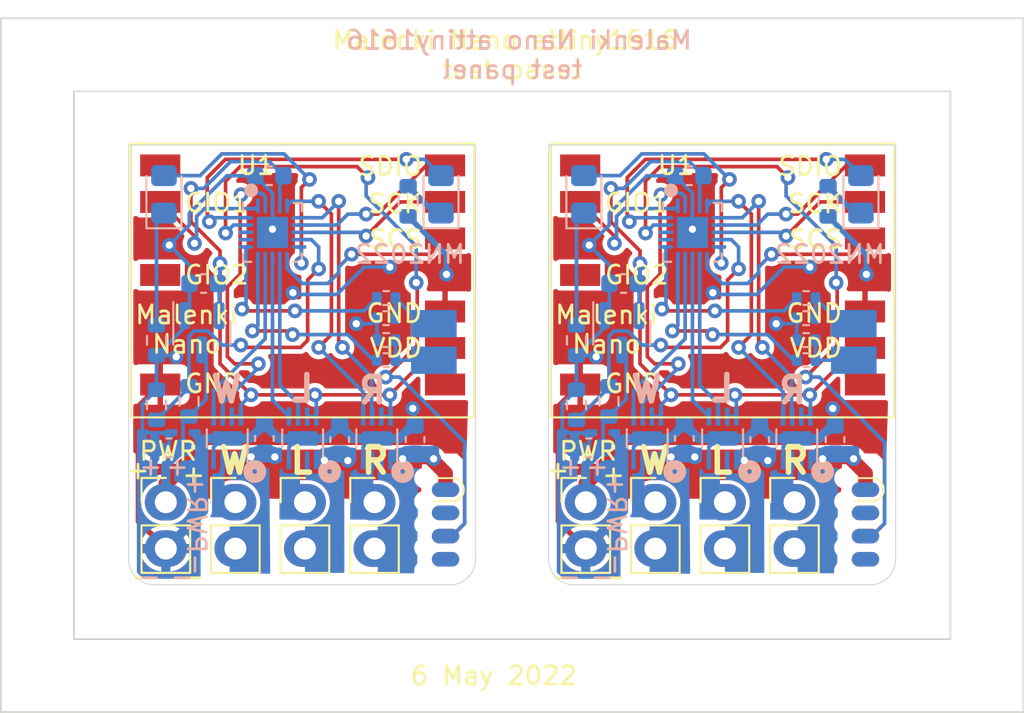
<source format=kicad_pcb>
(kicad_pcb (version 20211014) (generator pcbnew)
  (title_block (title "Malenki-nano2") (date "2019-11-07"))
  (layers (0 "F.Cu" signal) (31 "B.Cu" signal) (34 "B.Paste" user) (35 "F.Paste" user) (36 "B.SilkS" user "B.Silkscreen") (37 "F.SilkS" user "F.Silkscreen") (38 "B.Mask" user) (39 "F.Mask" user) (44 "Edge.Cuts" user))
  (net 0 "")
  (net 1 "GND")
  (net 2 "VBAT")
  (net 3 "BLINKY")
  (net 4 "Net-(D1-Pad1)")
  (net 5 "TXDEBUG")
  (net 6 "Net-(D2-Pad1)")
  (net 7 "UPDI")
  (net 8 "Net-(J5-Pad2)")
  (net 9 "Net-(J5-Pad1)")
  (net 10 "Net-(J6-Pad2)")
  (net 11 "Net-(J6-Pad1)")
  (net 12 "Net-(J7-Pad2)")
  (net 13 "Net-(J7-Pad1)")
  (net 16 "SPI_SCS")
  (net 17 "GIO1")
  (net 18 "SPI_SCK")
  (net 19 "SPI_SDIO")
  (net 20 "MOTOR1R")
  (net 21 "MOTOR2R")
  (net 22 "MOTOR2F")
  (net 25 "MOTOR3F")
  (net 26 "MOTOR3R")
  (net 27 "MOTOR1F")
  (net 28 "WEAPON2")
  (net 30 "VSENSE")
  (net 31 "VLOGIC")
  (net 32 "WEAPON3")
  (net 35 "/W2")
  (net 36 "/W3")
  (footprint "malenki-nano:SOIC_clipProgSmall" (layer "F.Cu") (at 156.102 114.722 90)
    (fp_text reference "J2" hide)
    (fp_text value "Conn_01x08_Male" hide)
  )
  (footprint "malenki-nano:PinHeader_1x02_P2.54mm_BIG1" (layer "F.Cu") (at 147.652 113.502)
    (fp_text reference "J6" hide)
    (fp_text value "Conn_01x02_Male")
  )
  (footprint "malenki-nano:PinHeader_1x02_P2.54mm_BIG1" (layer "F.Cu") (at 128.462 113.502)
    (fp_text reference "J7" hide)
    (fp_text value "Conn_01x02_Male")
  )
  (footprint "malenki-nano:A7105-module" (layer "F.Cu") (at 124.525 101.056 -90)
    (fp_text reference "U1")
    (fp_text value "A7105-MODULE")
  )
  (footprint "malenki-nano:PinHeader_1x02_P2.54mm_BIG1" (layer "F.Cu") (at 143.842 113.502)
    (fp_text reference "J5" hide)
    (fp_text value "Conn_01x02_Male")
  )
  (footprint "malenki-nano:PinHeader_1x02_P2.54mm_BIG1" (layer "F.Cu") (at 117.032 113.502)
    (fp_text reference "J1" hide)
    (fp_text value "Conn_01x02_Male")
  )
  (footprint "malenki-nano:PinHeader_1x02_P2.54mm_BIG1" (layer "F.Cu") (at 120.842 113.502)
    (fp_text reference "J5" hide)
    (fp_text value "Conn_01x02_Male")
  )
  (footprint "malenki-nano:PinHeader_1x02_P2.54mm_BIG1" (layer "F.Cu") (at 140.032 113.502)
    (fp_text reference "J1" hide)
    (fp_text value "Conn_01x02_Male")
  )
  (footprint "malenki-nano:SOIC_clipProgSmall" (layer "F.Cu") (at 133.102 114.722 90)
    (fp_text reference "J2" hide)
    (fp_text value "Conn_01x08_Male" hide)
  )
  (footprint "malenki-nano:PinHeader_1x02_P2.54mm_BIG1" (layer "F.Cu") (at 151.462 113.502)
    (fp_text reference "J7" hide)
    (fp_text value "Conn_01x02_Male")
  )
  (footprint "malenki-nano:PinHeader_1x02_P2.54mm_BIG1" (layer "F.Cu") (at 124.652 113.502)
    (fp_text reference "J6" hide)
    (fp_text value "Conn_01x02_Male")
  )
  (footprint "malenki-nano:A7105-module" (layer "F.Cu") (at 147.525 101.056 -90)
    (fp_text reference "U1")
    (fp_text value "A7105-MODULE")
  )
  (footprint "Capacitor_SMD:C_0603_1608Metric" (layer "B.Cu") (at 117.202 110.5175 180)
    (fp_text reference "C2" hide)
    (fp_text value "10uF")
  )
  (footprint "Capacitor_SMD:C_0603_1608Metric" (layer "B.Cu") (at 149.557 110.073 90)
    (fp_text reference "C6" hide)
    (fp_text value "10uF")
  )
  (footprint "malenki-nano:wirepad_2" (layer "B.Cu") (at 131.713323 104.723 -90)
    (fp_text reference "J3" hide)
    (fp_text value "Conn_01x02")
  )
  (footprint "malenki-nano:WSON-8-1EP_2x2mm_P0.5mm_HAND1" (layer "B.Cu") (at 143.3975 110.0095 90)
    (fp_text reference "U5" hide)
    (fp_text value "DRV8837DSGR")
  )
  (footprint "Capacitor_SMD:C_0603_1608Metric" (layer "B.Cu") (at 126.557 110.073 90)
    (fp_text reference "C6" hide)
    (fp_text value "10uF")
  )
  (footprint "LED_SMD:LED_0805_2012Metric_Pad1.15x1.40mm_HandSolder" (layer "B.Cu") (at 132.102 96.639 90)
    (fp_text reference "D2" hide)
    (fp_text value "LED Red")
  )
  (footprint "LED_SMD:LED_0805_2012Metric_Pad1.15x1.40mm_HandSolder" (layer "B.Cu") (at 139.929 96.639 90)
    (fp_text reference "D1" hide)
    (fp_text value "LED Blue")
  )
  (footprint "malenki-nano:wirepad_2" (layer "B.Cu") (at 154.713323 104.723 -90)
    (fp_text reference "J3" hide)
    (fp_text value "Conn_01x02")
  )
  (footprint "Capacitor_SMD:C_0603_1608Metric" (layer "B.Cu") (at 145.4295 110.0095 90)
    (fp_text reference "C5" hide)
    (fp_text value "10uF")
  )
  (footprint "Resistor_SMD:R_0402_1005Metric" (layer "B.Cu") (at 152.102 103.422)
    (fp_text reference "R8" hide)
    (fp_text value "10k")
  )
  (footprint "Resistor_SMD:R_0603_1608Metric" (layer "B.Cu") (at 116.524 104.6375 -90)
    (fp_text reference "R1" hide)
    (fp_text value "220R")
  )
  (footprint "malenki-nano:WSON-8-1EP_2x2mm_P0.5mm_HAND1" (layer "B.Cu") (at 124.525 110.0095 90)
    (fp_text reference "U6" hide)
    (fp_text value "DRV8837DSGR")
  )
  (footprint "Resistor_SMD:R_0603_1608Metric" (layer "B.Cu") (at 153.302 97.022 -90)
    (fp_text reference "R2" hide)
    (fp_text value "220R")
  )
  (footprint "Resistor_SMD:R_0603_1608Metric" (layer "B.Cu") (at 141.302 107.9775 90)
    (fp_text reference "R3" hide)
    (fp_text value "33k")
  )
  (footprint "Package_TO_SOT_SMD:SOT-23" (layer "B.Cu") (at 119.002 104.222 -90)
    (fp_text reference "U2" hide)
    (fp_text value "AIC1734-33GUTR")
  )
  (footprint "Capacitor_SMD:C_0603_1608Metric" (layer "B.Cu") (at 130.6845 110.073 90)
    (fp_text reference "C7" hide)
    (fp_text value "10uF")
  )
  (footprint "Resistor_SMD:R_0603_1608Metric" (layer "B.Cu") (at 139.524 104.6375 -90)
    (fp_text reference "R1" hide)
    (fp_text value "220R")
  )
  (footprint "LED_SMD:LED_0805_2012Metric_Pad1.15x1.40mm_HandSolder" (layer "B.Cu") (at 116.929 96.639 90)
    (fp_text reference "D1" hide)
    (fp_text value "LED Blue")
  )
  (footprint "Capacitor_SMD:C_0603_1608Metric" (layer "B.Cu") (at 145.702 95.622 180)
    (fp_text reference "C4" hide)
    (fp_text value "0.1uF")
  )
  (footprint "LED_SMD:LED_0805_2012Metric_Pad1.15x1.40mm_HandSolder" (layer "B.Cu") (at 155.102 96.639 90)
    (fp_text reference "D2" hide)
    (fp_text value "LED Red")
  )
  (footprint "Resistor_SMD:R_0603_1608Metric" (layer "B.Cu") (at 118.302 107.9775 90)
    (fp_text reference "R3" hide)
    (fp_text value "33k")
  )
  (footprint "Capacitor_SMD:C_0603_1608Metric" (layer "B.Cu") (at 119.102 101.522 180)
    (fp_text reference "C3" hide)
    (fp_text value "10uF")
  )
  (footprint "Capacitor_SMD:C_0603_1608Metric" (layer "B.Cu") (at 140.202 110.5175 180)
    (fp_text reference "C2" hide)
    (fp_text value "10uF")
  )
  (footprint "Capacitor_SMD:C_0603_1608Metric" (layer "B.Cu") (at 122.702 95.622 180)
    (fp_text reference "C4" hide)
    (fp_text value "0.1uF")
  )
  (footprint "Package_TO_SOT_SMD:SOT-23" (layer "B.Cu") (at 142.002 104.222 -90)
    (fp_text reference "U2" hide)
    (fp_text value "AIC1734-33GUTR")
  )
  (footprint "Resistor_SMD:R_0402_1005Metric" (layer "B.Cu") (at 129.102 104.622)
    (fp_text reference "R7" hide)
    (fp_text value "10k")
  )
  (footprint "malenki-nano:WSON-8-1EP_2x2mm_P0.5mm_HAND1" (layer "B.Cu") (at 128.589 110.0095 90)
    (fp_text reference "U7" hide)
    (fp_text value "DRV8837DSGR")
  )
  (footprint "Resistor_SMD:R_0402_1005Metric" (layer "B.Cu") (at 152.102 105.722 180)
    (fp_text reference "R5" hide)
    (fp_text value "470R")
  )
  (footprint "Capacitor_SMD:C_0603_1608Metric" (layer "B.Cu") (at 122.4295 110.0095 90)
    (fp_text reference "C5" hide)
    (fp_text value "10uF")
  )
  (footprint "Resistor_SMD:R_0402_1005Metric" (layer "B.Cu") (at 129.102 105.722 180)
    (fp_text reference "R5" hide)
    (fp_text value "470R")
  )
  (footprint "Capacitor_SMD:C_0603_1608Metric" (layer "B.Cu") (at 153.6845 110.073 90)
    (fp_text reference "C7" hide)
    (fp_text value "10uF")
  )
  (footprint "Resistor_SMD:R_0402_1005Metric" (layer "B.Cu") (at 152.102 104.622)
    (fp_text reference "R7" hide)
    (fp_text value "10k")
  )
  (footprint "malenki-nano:WSON-8-1EP_2x2mm_P0.5mm_HAND1" (layer "B.Cu") (at 147.525 110.0095 90)
    (fp_text reference "U6" hide)
    (fp_text value "DRV8837DSGR")
  )
  (footprint "Package_DFN_QFN:VQFN-20-1EP_3x3mm_P0.4mm_EP1.7x1.7mm" (layer "B.Cu") (at 145.874 98.722 -90)
    (fp_text reference "U3" hide)
    (fp_text value "ATtiny1616-M")
  )
  (footprint "Resistor_SMD:R_0402_1005Metric" (layer "B.Cu") (at 129.102 102.322 180)
    (fp_text reference "R6" hide)
    (fp_text value "470R")
  )
  (footprint "Package_DFN_QFN:VQFN-20-1EP_3x3mm_P0.4mm_EP1.7x1.7mm" (layer "B.Cu") (at 122.874 98.722 -90)
    (fp_text reference "U3" hide)
    (fp_text value "ATtiny1616-M")
  )
  (footprint "Capacitor_SMD:C_0603_1608Metric" (layer "B.Cu") (at 142.102 101.522 180)
    (fp_text reference "C3" hide)
    (fp_text value "10uF")
  )
  (footprint "malenki-nano:WSON-8-1EP_2x2mm_P0.5mm_HAND1" (layer "B.Cu") (at 120.3975 110.0095 90)
    (fp_text reference "U5" hide)
    (fp_text value "DRV8837DSGR")
  )
  (footprint "malenki-nano:WSON-8-1EP_2x2mm_P0.5mm_HAND1" (layer "B.Cu") (at 151.589 110.0095 90)
    (fp_text reference "U7" hide)
    (fp_text value "DRV8837DSGR")
  )
  (footprint "Resistor_SMD:R_0603_1608Metric" (layer "B.Cu") (at 130.302 97.022 -90)
    (fp_text reference "R2" hide)
    (fp_text value "220R")
  )
  (footprint "Resistor_SMD:R_0402_1005Metric" (layer "B.Cu") (at 152.102 102.322 180)
    (fp_text reference "R6" hide)
    (fp_text value "470R")
  )
  (footprint "Resistor_SMD:R_0603_1608Metric" (layer "B.Cu") (at 139.524 108.168 90)
    (fp_text reference "R4" hide)
    (fp_text value "10k")
  )
  (footprint "Resistor_SMD:R_0402_1005Metric" (layer "B.Cu") (at 129.102 103.422)
    (fp_text reference "R8" hide)
    (fp_text value "10k")
  )
  (footprint "Resistor_SMD:R_0603_1608Metric" (layer "B.Cu") (at 116.524 108.168 90)
    (fp_text reference "R4" hide)
    (fp_text value "10k")
  )
  (gr_circle (center 153.002 111.822) (end 153.129 111.822) (layer "B.SilkS") (width 0.5) (fill none))
  (gr_circle (center 144.702 96.422) (end 144.829 96.422) (layer "B.SilkS") (width 0.5) (fill solid))
  (gr_circle (center 126.002 111.822) (end 126.129 111.822) (layer "B.SilkS") (width 0.5) (fill none))
  (gr_circle (center 149.002 111.822) (end 149.129 111.822) (layer "B.SilkS") (width 0.5) (fill none))
  (gr_circle (center 121.902 111.822) (end 122.029 111.822) (layer "B.SilkS") (width 0.5) (fill none))
  (gr_circle (center 144.902 111.822) (end 145.029 111.822) (layer "B.SilkS") (width 0.5) (fill none))
  (gr_circle (center 121.702 96.422) (end 121.829 96.422) (layer "B.SilkS") (width 0.5) (fill solid))
  (gr_circle (center 130.002 111.822) (end 130.129 111.822) (layer "B.SilkS") (width 0.5) (fill none))
  (gr_line (start 115 93.944) (end 114.997182 116.615006) (layer "Edge.Cuts") (width 0.05))
  (gr_line (start 108 125) (end 108 87) (layer "Edge.Cuts") (width 0.1))
  (gr_line (start 139.402 118.026835) (end 155.590171 118.026818) (layer "Edge.Cuts") (width 0.05))
  (gr_line (start 108 87) (end 164 87) (layer "Edge.Cuts") (width 0.1))
  (gr_line (start 134.002 116.622) (end 134.002 93.944) (layer "Edge.Cuts") (width 0.05))
  (gr_line (start 112 121) (end 112 91) (layer "Edge.Cuts") (width 0.1))
  (gr_line (start 164 87) (end 164 125) (layer "Edge.Cuts") (width 0.1))
  (gr_line (start 157.002 93.944) (end 138 93.944) (layer "Edge.Cuts") (width 0.05))
  (gr_arc (start 139.402 118.026835) (mid 138.406162 117.612893) (end 137.997182 116.615006) (layer "Edge.Cuts") (width 0.05))
  (gr_line (start 157.002 116.622) (end 157.002 93.944) (layer "Edge.Cuts") (width 0.05))
  (gr_line (start 138 93.944) (end 137.997182 116.615006) (layer "Edge.Cuts") (width 0.05))
  (gr_line (start 160 121) (end 112 121) (layer "Edge.Cuts") (width 0.1))
  (gr_arc (start 134.002 116.622) (mid 133.588055 117.617826) (end 132.590171 118.026818) (layer "Edge.Cuts") (width 0.05))
  (gr_arc (start 157.002 116.622) (mid 156.588055 117.617826) (end 155.590171 118.026818) (layer "Edge.Cuts") (width 0.05))
  (gr_line (start 160 91) (end 160 121) (layer "Edge.Cuts") (width 0.1))
  (gr_line (start 164 125) (end 108 125) (layer "Edge.Cuts") (width 0.1))
  (gr_line (start 134.002 93.944) (end 115 93.944) (layer "Edge.Cuts") (width 0.05))
  (gr_arc (start 116.402 118.026835) (mid 115.406162 117.612893) (end 114.997182 116.615006) (layer "Edge.Cuts") (width 0.05))
  (gr_line (start 112 91) (end 160 91) (layer "Edge.Cuts") (width 0.1))
  (gr_line (start 116.402 118.026835) (end 132.590171 118.026818) (layer "Edge.Cuts") (width 0.05))
  (gr_text "W" (at 121.352 107.322) (layer "B.SilkS") (effects (font (size 1.4 1.4) (thickness 0.3)) (justify left mirror)))
  (gr_text "-PWR+" (at 118.702 114.722 270) (layer "B.SilkS") (effects (font (size 1 1)) (justify mirror)))
  (gr_text "MN2022" (at 133.502 99.922) (layer "B.SilkS") (effects (font (size 1 1)) (justify left mirror)))
  (gr_text "MN2022" (at 156.502 99.922) (layer "B.SilkS") (effects (font (size 1 1)) (justify left mirror)))
  (gr_text "L" (at 125.285333 107.272) (layer "B.SilkS") (effects (font (size 1.4 1.4) (thickness 0.3)) (justify left mirror)))
  (gr_text "-" (at 117.921 117.566) (layer "B.SilkS") (effects (font (size 1 1)) (justify mirror)))
  (gr_text "+" (at 139.2065 111.5335) (layer "B.SilkS") (effects (font (size 1 1)) (justify mirror)))
  (gr_text "Malenki Nano attiny1616 \ntest panel" (at 136 89) (layer "B.SilkS") (effects (font (size 1 1)) (justify mirror)))
  (gr_text "+" (at 116.2065 111.5335) (layer "B.SilkS") (effects (font (size 1 1)) (justify mirror)))
  (gr_text "W" (at 144.352 107.322) (layer "B.SilkS") (effects (font (size 1.4 1.4) (thickness 0.3)) (justify left mirror)))
  (gr_text "-" (at 139.143 117.566) (layer "B.SilkS") (effects (font (size 1 1)) (justify mirror)))
  (gr_text "-PWR+" (at 141.702 114.722 270) (layer "B.SilkS") (effects (font (size 1 1)) (justify mirror)))
  (gr_text "-" (at 140.921 117.566) (layer "B.SilkS") (effects (font (size 1 1)) (justify mirror)))
  (gr_text "R" (at 152.252 107.372) (layer "B.SilkS") (effects (font (size 1.4 1.4) (thickness 0.3)) (justify left mirror)))
  (gr_text "+" (at 140.667 111.5335) (layer "B.SilkS") (effects (font (size 1 1)) (justify mirror)))
  (gr_text "+" (at 117.667 111.5335) (layer "B.SilkS") (effects (font (size 1 1)) (justify mirror)))
  (gr_text "-" (at 116.143 117.566) (layer "B.SilkS") (effects (font (size 1 1)) (justify mirror)))
  (gr_text "R" (at 129.252 107.372) (layer "B.SilkS") (effects (font (size 1.4 1.4) (thickness 0.3)) (justify left mirror)))
  (gr_text "L" (at 148.285333 107.272) (layer "B.SilkS") (effects (font (size 1.4 1.4) (thickness 0.3)) (justify left mirror)))
  (gr_text "-" (at 138.762 117.566) (layer "F.SilkS") (effects (font (size 1 1))))
  (gr_text "6 May 2022" (at 135 123) (layer "F.SilkS") (effects (font (size 1 1))))
  (gr_text "+" (at 118.556 111.978) (layer "F.SilkS") (effects (font (size 1 1))))
  (gr_text "L" (at 146.702 111.222) (layer "F.SilkS") (effects (font (size 1.4 1.4) (thickness 0.3)) (justify left)))
  (gr_text "Malenki Nano attiny1616 \ntest panel" (at 136 89) (layer "F.SilkS") (effects (font (size 1 1))))
  (gr_text "R" (at 127.602 111.222) (layer "F.SilkS") (effects (font (size 1.4 1.4) (thickness 0.3)) (justify left)))
  (gr_text "PWR" (at 140.159 110.708) (layer "F.SilkS") (effects (font (size 1 1))))
  (gr_text "-" (at 118.556 117.566) (layer "F.SilkS") (effects (font (size 1 1))))
  (gr_text "R" (at 150.602 111.222) (layer "F.SilkS") (effects (font (size 1.4 1.4) (thickness 0.3)) (justify left)))
  (gr_text "W" (at 142.802 111.222) (layer "F.SilkS") (effects (font (size 1.4 1.4) (thickness 0.3)) (justify left)))
  (gr_text "Malenki\nNano" (at 118.175 104.0405) (layer "F.SilkS") (effects (font (size 1 1))))
  (gr_text "+" (at 141.556 111.978) (layer "F.SilkS") (effects (font (size 1 1))))
  (gr_text "+" (at 138.508 111.724) (layer "F.SilkS") (effects (font (size 1 1))))
  (gr_text "-" (at 141.556 117.566) (layer "F.SilkS") (effects (font (size 1 1))))
  (gr_text "PWR" (at 117.159 110.708) (layer "F.SilkS") (effects (font (size 1 1))))
  (gr_text "L" (at 123.702 111.222) (layer "F.SilkS") (effects (font (size 1.4 1.4) (thickness 0.3)) (justify left)))
  (gr_text "W" (at 119.802 111.222) (layer "F.SilkS") (effects (font (size 1.4 1.4) (thickness 0.3)) (justify left)))
  (gr_text "+" (at 115.508 111.724) (layer "F.SilkS") (effects (font (size 1 1))))
  (gr_text "Malenki\nNano" (at 141.175 104.0405) (layer "F.SilkS") (effects (font (size 1 1))))
  (gr_text "-" (at 115.762 117.566) (layer "F.SilkS") (effects (font (size 1 1))))
  (segment (start 115.53248 114.54248) (end 115.53248 108.24852) (width 0.3) (layer "F.Cu") (net 1))
  (segment (start 156.402 111.122) (end 153.602 108.322) (width 0.2) (layer "F.Cu") (net 1))
  (segment (start 117.032 116.042) (end 115.53248 114.54248) (width 0.3) (layer "F.Cu") (net 1))
  (segment (start 156.402 114.657) (end 156.402 111.122) (width 0.2) (layer "F.Cu") (net 1))
  (segment (start 133.402 111.122) (end 130.602 108.322) (width 0.2) (layer "F.Cu") (net 1))
  (segment (start 130.602 108.322) (end 130.557378 108.366622) (width 0.2) (layer "F.Cu") (net 1))
  (segment (start 140.032 116.042) (end 138.53248 114.54248) (width 0.3) (layer "F.Cu") (net 1))
  (segment (start 155.352 115.357) (end 155.702 115.357) (width 0.2) (layer "F.Cu") (net 1))
  (segment (start 138.53248 108.24852) (end 139.725 107.056) (width 0.3) (layer "F.Cu") (net 1))
  (segment (start 155.702 115.357) (end 156.402 114.657) (width 0.2) (layer "F.Cu") (net 1))
  (segment (start 115.53248 108.24852) (end 116.725 107.056) (width 0.3) (layer "F.Cu") (net 1))
  (segment (start 153.602 108.322) (end 153.557378 108.366622) (width 0.2) (layer "F.Cu") (net 1))
  (segment (start 132.352 115.357) (end 132.702 115.357) (width 0.2) (layer "F.Cu") (net 1))
  (segment (start 133.402 114.657) (end 133.402 111.122) (width 0.2) (layer "F.Cu") (net 1))
  (segment (start 138.53248 114.54248) (end 138.53248 108.24852) (width 0.3) (layer "F.Cu") (net 1))
  (segment (start 132.702 115.357) (end 133.402 114.657) (width 0.2) (layer "F.Cu") (net 1))
  (via (at 155.402 101.022) (size 0.8) (drill 0.4) (layers "F.Cu" "B.Cu") (net 1))
  (via (at 153.557378 108.366622) (size 0.8) (drill 0.4) (layers "F.Cu" "B.Cu") (net 1))
  (via (at 122.874 98.55) (size 0.8) (drill 0.4) (layers "F.Cu" "B.Cu") (net 1))
  (via (at 140.6025 105.533862) (size 0.8) (drill 0.4) (layers "F.Cu" "B.Cu") (net 1))
  (via (at 140.2235 99.422) (size 0.8) (drill 0.4) (layers "F.Cu" "B.Cu") (net 1))
  (via (at 127.460595 103.727493) (size 0.8) (drill 0.4) (layers "F.Cu" "B.Cu") (net 1))
  (via (at 146.991623 102.028611) (size 0.8) (drill 0.4) (layers "F.Cu" "B.Cu") (net 1))
  (via (at 117.6025 105.533862) (size 0.8) (drill 0.4) (layers "F.Cu" "B.Cu") (net 1))
  (via (at 123.991623 102.028611) (size 0.8) (drill 0.4) (layers "F.Cu" "B.Cu") (net 1))
  (via (at 150.460595 103.727493) (size 0.8) (drill 0.4) (layers "F.Cu" "B.Cu") (net 1))
  (via (at 132.402 101.022) (size 0.8) (drill 0.4) (layers "F.Cu" "B.Cu") (net 1))
  (via (at 130.557378 108.366622) (size 0.8) (drill 0.4) (layers "F.Cu" "B.Cu") (net 1))
  (via (at 145.874 98.55) (size 0.8) (drill 0.4) (layers "F.Cu" "B.Cu") (net 1))
  (via (at 129.302 100.622) (size 0.8) (drill 0.4) (layers "F.Cu" "B.Cu") (net 1))
  (via (at 152.302 100.622) (size 0.8) (drill 0.4) (layers "F.Cu" "B.Cu") (net 1))
  (via (at 117.2235 99.422) (size 0.8) (drill 0.4) (layers "F.Cu" "B.Cu") (net 1))
  (segment (start 129.302 100.622) (end 127.902 100.622) (width 0.2) (layer "B.Cu") (net 1))
  (segment (start 120.376951 95.622) (end 121.927 95.622) (width 0.2) (layer "B.Cu") (net 1))
  (segment (start 141.052 103.2845) (end 141.327 103.0095) (width 0.2) (layer "B.Cu") (net 1))
  (segment (start 153.6845 109.298) (end 153.526 109.298) (width 0.5) (layer "B.Cu") (net 1))
  (segment (start 148.8455 110.0095) (end 149.557 109.298) (width 0.5) (layer "B.Cu") (net 1))
  (segment (start 124.250978 110.0095) (end 124.525 110.0095) (width 0.2) (layer "B.Cu") (net 1))
  (segment (start 139.524 107.343) (end 138.74948 108.11752) (width 0.2) (layer "B.Cu") (net 1))
  (segment (start 150.902 100.622) (end 149.402 102.122) (width 0.2) (layer "B.Cu") (net 1))
  (segment (start 129.7895 110.0095) (end 128.589 110.0095) (width 0.5) (layer "B.Cu") (net 1))
  (segment (start 132.402 99.947) (end 132.402 101.022) (width 0.3) (layer "B.Cu") (net 1))
  (segment (start 151.286507 103.727493) (end 151.592 103.422) (width 0.2) (layer "B.Cu") (net 1))
  (segment (start 144.6545 110.0095) (end 145.4295 109.2345) (width 0.5) (layer "B.Cu") (net 1))
  (segment (start 143.123478 110.0095) (end 143.3975 110.0095) (width 0.2) (layer "B.Cu") (net 1))
  (segment (start 126.557 109.298) (end 127.2685 110.0095) (width 0.5) (layer "B.Cu") (net 1))
  (segment (start 127.839 111.2095) (end 127.839 110.485478) (width 0.2) (layer "B.Cu") (net 1))
  (segment (start 123.775 111.2095) (end 123.775 110.485478) (width 0.2) (layer "B.Cu") (net 1))
  (segment (start 145.874 98.55) (end 145.874 98.722) (width 0.2) (layer "B.Cu") (net 1))
  (segment (start 141.052 103.9345) (end 139.524 105.4625) (width 0.2) (layer "B.Cu") (net 1))
  (segment (start 128.286507 103.727493) (end 128.592 103.422) (width 0.2) (layer "B.Cu") (net 1))
  (segment (start 146.2045 110.0095) (end 147.525 110.0095) (width 0.5) (layer "B.Cu") (net 1))
  (segment (start 150.839 111.2095) (end 150.839 110.485478) (width 0.2) (layer "B.Cu") (net 1))
  (segment (start 142.6475 110.485478) (end 143.123478 110.0095) (width 0.2) (layer "B.Cu") (net 1))
  (segment (start 128.314978 110.0095) (end 128.589 110.0095) (width 0.2) (layer "B.Cu") (net 1))
  (segment (start 118.052 103.9345) (end 116.524 105.4625) (width 0.2) (layer "B.Cu") (net 1))
  (segment (start 127.460595 103.727493) (end 128.286507 103.727493) (width 0.2) (layer "B.Cu") (net 1))
  (segment (start 116.524 107.343) (end 115.74948 108.11752) (width 0.2) (layer "B.Cu") (net 1))
  (segment (start 130.302 97.847) (end 132.402 99.947) (width 0.3) (layer "B.Cu") (net 1))
  (segment (start 119.102 110.097) (end 119.1895 110.0095) (width 0.5) (layer "B.Cu") (net 1))
  (segment (start 122.874 96.569) (end 121.927 95.622) (width 0.2) (layer "B.Cu") (net 1))
  (segment (start 124.525 110.0095) (end 125.8455 110.0095) (width 0.5) (layer "B.Cu") (net 1))
  (segment (start 150.2685 110.0095) (end 151.589 110.0095) (width 0.5) (layer "B.Cu") (net 1))
  (segment (start 122.874 98.55) (end 122.874 98.722) (width 0.2) (layer "B.Cu") (net 1))
  (segment (start 120.3975 110.0095) (end 121.6545 110.0095) (width 0.5) (layer "B.Cu") (net 1))
  (segment (start 118.317827 97.681124) (end 120.376951 95.622) (width 0.2) (layer "B.Cu") (net 1))
  (segment (start 139.524 107.343) (end 139.524 105.4625) (width 0.2) (layer "B.Cu") (net 1))
  (segment (start 128.592 104.622) (end 128.592 103.422) (width 0.2) (layer "B.Cu") (net 1))
  (segment (start 141.327 103.0095) (end 141.327 101.522) (width 0.2) (layer "B.Cu") (net 1))
  (segment (start 138.74948 108.11752) (end 138.74948 109.83998) (width 0.2) (layer "B.Cu") (net 1))
  (segment (start 145.874 97.272) (end 145.874 98.55) (width 0.2) (layer "B.Cu") (net 1))
  (segment (start 117.032 116.042) (end 119.102 113.972) (width 0.5) (layer "B.Cu") (net 1))
  (segment (start 116.524 105.4625) (end 117.531138 105.4625) (width 0.2) (layer "B.Cu") (net 1))
  (segment (start 140.2235 99.422) (end 141.317827 98.327673) (width 0.2) (layer "B.Cu") (net 1))
  (segment (start 141.317827 97.681124) (end 143.376951 95.622) (width 0.2) (layer "B.Cu") (net 1))
  (segment (start 143.376951 95.622) (end 144.927 95.622) (width 0.2) (layer "B.Cu") (net 1))
  (segment (start 138.74948 109.83998) (end 139.427 110.5175) (width 0.2) (layer "B.Cu") (net 1))
  (segment (start 129.802 110.022) (end 129.7895 110.0095) (width 0.5) (layer "B.Cu") (net 1))
  (segment (start 122.874 97.272) (end 122.874 98.55) (width 0.2) (layer "B.Cu") (net 1))
  (segment (start 125.8455 110.0095) (end 126.557 109.298) (width 0.5) (layer "B.Cu") (net 1))
  (segment (start 118.327 103.0095) (end 118.327 101.522) (width 0.2) (layer "B.Cu") (net 1))
  (segment (start 126.402 102.122) (end 124.085012 102.122) (width 0.2) (layer "B.Cu") (net 1))
  (segment (start 142.6475 111.2095) (end 142.6475 110.485478) (width 0.2) (layer "B.Cu") (net 1))
  (segment (start 147.250978 110.0095) (end 147.525 110.0095) (width 0.2) (layer "B.Cu") (net 1))
  (segment (start 130.526 109.298) (end 129.802 110.022) (width 0.5) (layer "B.Cu") (net 1))
  (segment (start 119.1895 110.0095) (end 120.3975 110.0095) (width 0.5) (layer "B.Cu") (net 1))
  (segment (start 123.2045 110.0095) (end 124.525 110.0095) (width 0.5) (layer "B.Cu") (net 1))
  (segment (start 145.874 97.272) (end 145.874 96.569) (width 0.2) (layer "B.Cu") (net 1))
  (segment (start 152.802 110.022) (end 152.7895 110.0095) (width 0.5) (layer "B.Cu") (net 1))
  (segment (start 152.302 100.622) (end 150.902 100.622) (width 0.2) (layer "B.Cu") (net 1))
  (segment (start 118.052 103.2845) (end 118.052 103.9345) (width 0.2) (layer "B.Cu") (net 1))
  (segment (start 153.6845 109.298) (end 153.6845 108.493744) (width 0.2) (layer "B.Cu") (net 1))
  (segment (start 117.2235 99.422) (end 118.317827 98.327673) (width 0.2) (layer "B.Cu") (net 1))
  (segment (start 153.302 97.847) (end 155.402 99.947) (width 0.3) (layer "B.Cu") (net 1))
  (segment (start 127.839 110.485478) (end 128.314978 110.0095) (width 0.2) (layer "B.Cu") (net 1))
  (segment (start 140.531138 105.4625) (end 140.6025 105.533862) (width 0.2) (layer "B.Cu") (net 1))
  (segment (start 142.102 113.972) (end 142.102 110.097) (width 0.5) (layer "B.Cu") (net 1))
  (segment (start 118.327 100.5255) (end 117.2235 99.422) (width 0.2) (layer "B.Cu") (net 1))
  (segment (start 146.775 111.2095) (end 146.775 110.485478) (width 0.2) (layer "B.Cu") (net 1))
  (segment (start 140.032 116.042) (end 142.102 113.972) (width 0.5) (layer "B.Cu") (net 1))
  (segment (start 155.402 99.947) (end 155.402 101.022) (width 0.3) (layer "B.Cu") (net 1))
  (segment (start 141.052 103.2845) (end 141.052 103.9345) (width 0.2) (layer "B.Cu") (net 1))
  (segment (start 152.7895 110.0095) (end 151.589 110.0095) (width 0.5) (layer "B.Cu") (net 1))
  (segment (start 150.460595 103.727493) (end 151.286507 103.727493) (width 0.2) (layer "B.Cu") (net 1))
  (segment (start 139.524 105.4625) (end 140.531138 105.4625) (width 0.2) (layer "B.Cu") (net 1))
  (segment (start 118.317827 98.327673) (end 118.317827 97.681124) (width 0.2) (layer "B.Cu") (net 1))
  (segment (start 130.6845 109.298) (end 130.6845 108.493744) (width 0.2) (layer "B.Cu") (net 1))
  (segment (start 142.1895 110.0095) (end 143.3975 110.0095) (width 0.5) (layer "B.Cu") (net 1))
  (segment (start 141.327 100.5255) (end 140.2235 99.422) (width 0.2) (layer "B.Cu") (net 1))
  (segment (start 130.6845 109.298) (end 130.526 109.298) (width 0.5) (layer "B.Cu") (net 1))
  (segment (start 149.557 109.298) (end 150.2685 110.0095) (width 0.5) (layer "B.Cu") (net 1))
  (segment (start 122.874 97.272) (end 122.874 96.569) (width 0.2) (layer "B.Cu") (net 1))
  (segment (start 147.085012 102.122) (end 146.991623 102.028611) (width 0.2) (layer "B.Cu") (net 1))
  (segment (start 119.6475 110.485478) (end 120.123478 110.0095) (width 0.2) (layer "B.Cu") (net 1))
  (segment (start 153.6845 108.493744) (end 153.557378 108.366622) (width 0.2) (layer "B.Cu") (net 1))
  (segment (start 115.74948 109.83998) (end 116.427 110.5175) (width 0.2) (layer "B.Cu") (net 1))
  (segment (start 142.102 110.097) (end 142.1895 110.0095) (width 0.5) (layer "B.Cu") (net 1))
  (segment (start 118.052 103.2845) (end 118.327 103.0095) (width 0.2) (layer "B.Cu") (net 1))
  (segment (start 117.531138 105.4625) (end 117.6025 105.533862) (width 0.2) (layer "B.Cu") (net 1))
  (segment (start 122.4295 109.2345) (end 123.2045 110.0095) (width 0.5) (layer "B.Cu") (net 1))
  (segment (start 120.123478 110.0095) (end 120.3975 110.0095) (width 0.2) (layer "B.Cu") (net 1))
  (segment (start 145.874 96.569) (end 144.927 95.622) (width 0.2) (layer "B.Cu") (net 1))
  (segment (start 151.592 104.622) (end 151.592 103.422) (width 0.2) (layer "B.Cu") (net 1))
  (segment (start 124.085012 102.122) (end 123.991623 102.028611) (width 0.2) (layer "B.Cu") (net 1))
  (segment (start 116.524 107.343) (end 116.524 105.4625) (width 0.2) (layer "B.Cu") (net 1))
  (segment (start 127.902 100.622) (end 126.402 102.122) (width 0.2) (layer "B.Cu") (net 1))
  (segment (start 150.839 110.485478) (end 151.314978 110.0095) (width 0.2) (layer "B.Cu") (net 1))
  (segment (start 130.6845 108.493744) (end 130.557378 108.366622) (width 0.2) (layer "B.Cu") (net 1))
  (segment (start 119.102 113.972) (end 119.102 110.097) (width 0.5) (layer "B.Cu") (net 1))
  (segment (start 153.526 109.298) (end 152.802 110.022) (width 0.5) (layer "B.Cu") (net 1))
  (segment (start 151.314978 110.0095) (end 151.589 110.0095) (width 0.2) (layer "B.Cu") (net 1))
  (segment (start 121.6545 110.0095) (end 122.4295 109.2345) (width 0.5) (layer "B.Cu") (net 1))
  (segment (start 118.327 101.522) (end 118.327 100.5255) (width 0.2) (layer "B.Cu") (net 1))
  (segment (start 141.317827 98.327673) (end 141.317827 97.681124) (width 0.2) (layer "B.Cu") (net 1))
  (segment (start 149.402 102.122) (end 147.085012 102.122) (width 0.2) (layer "B.Cu") (net 1))
  (segment (start 141.327 101.522) (end 141.327 100.5255) (width 0.2) (layer "B.Cu") (net 1))
  (segment (start 115.74948 108.11752) (end 115.74948 109.83998) (width 0.2) (layer "B.Cu") (net 1))
  (segment (start 119.6475 111.2095) (end 119.6475 110.485478) (width 0.2) (layer "B.Cu") (net 1))
  (segment (start 146.775 110.485478) (end 147.250978 110.0095) (width 0.2) (layer "B.Cu") (net 1))
  (segment (start 127.2685 110.0095) (end 128.589 110.0095) (width 0.5) (layer "B.Cu") (net 1))
  (segment (start 123.775 110.485478) (end 124.250978 110.0095) (width 0.2) (layer "B.Cu") (net 1))
  (segment (start 145.4295 109.2345) (end 146.2045 110.0095) (width 0.5) (layer "B.Cu") (net 1))
  (segment (start 147.525 110.0095) (end 148.8455 110.0095) (width 0.5) (layer "B.Cu") (net 1))
  (segment (start 143.3975 110.0095) (end 144.6545 110.0095) (width 0.5) (layer "B.Cu") (net 1))
  (segment (start 121.702 111.022) (end 123.002 111.022) (width 0.8) (layer "F.Cu") (net 2))
  (segment (start 117.032 112.492) (end 118.502 111.022) (width 0.8) (layer "F.Cu") (net 2))
  (segment (start 146.002 111.022) (end 154.457 111.022) (width 0.8) (layer "F.Cu") (net 2))
  (segment (start 140.032 112.492) (end 141.502 111.022) (width 0.8) (layer "F.Cu") (net 2))
  (segment (start 123.002 111.022) (end 131.457 111.022) (width 0.8) (layer "F.Cu") (net 2))
  (segment (start 132.352 111.917) (end 132.352 112.817) (width 0.8) (layer "F.Cu") (net 2))
  (segment (start 141.502 111.022) (end 144.702 111.022) (width 0.8) (layer "F.Cu") (net 2))
  (segment (start 140.032 113.502) (end 140.032 112.492) (width 0.8) (layer "F.Cu") (net 2))
  (segment (start 117.032 113.502) (end 117.032 112.492) (width 0.8) (layer "F.Cu") (net 2))
  (segment (start 155.352 111.917) (end 155.352 112.817) (width 0.8) (layer "F.Cu") (net 2))
  (segment (start 144.702 111.022) (end 146.002 111.022) (width 0.8) (layer "F.Cu") (net 2))
  (segment (start 131.457 111.022) (end 132.352 111.917) (width 0.8) (layer "F.Cu") (net 2))
  (segment (start 118.502 111.022) (end 121.702 111.022) (width 0.8) (layer "F.Cu") (net 2))
  (segment (start 154.457 111.022) (end 155.352 111.917) (width 0.8) (layer "F.Cu") (net 2))
  (via (at 130.002 111.122) (size 0.8) (drill 0.4) (layers "F.Cu" "B.Cu") (net 2))
  (via (at 127.002 111.222) (size 0.8) (drill 0.4) (layers "F.Cu" "B.Cu") (net 2))
  (via (at 125.7145 111.2095) (size 0.8) (drill 0.4) (layers "F.Cu" "B.Cu") (net 2))
  (via (at 146.002 111.022) (size 0.8) (drill 0.4) (layers "F.Cu" "B.Cu") (net 2))
  (via (at 150.002 111.222) (size 0.8) (drill 0.4) (layers "F.Cu" "B.Cu") (net 2))
  (via (at 154.702 111.122) (size 0.8) (drill 0.4) (layers "F.Cu" "B.Cu") (net 2))
  (via (at 131.702 111.122) (size 0.8) (drill 0.4) (layers "F.Cu" "B.Cu") (net 2))
  (via (at 123.002 111.022) (size 0.8) (drill 0.4) (layers "F.Cu" "B.Cu") (net 2))
  (via (at 121.702 111.022) (size 0.8) (drill 0.4) (layers "F.Cu" "B.Cu") (net 2))
  (via (at 153.002 111.122) (size 0.8) (drill 0.4) (layers "F.Cu" "B.Cu") (net 2))
  (via (at 148.7145 111.2095) (size 0.8) (drill 0.4) (layers "F.Cu" "B.Cu") (net 2))
  (via (at 144.702 111.022) (size 0.8) (drill 0.4) (layers "F.Cu" "B.Cu") (net 2))
  (segment (start 119.247981 105.405481) (end 119.002 105.1595) (width 0.2) (layer "B.Cu") (net 2))
  (segment (start 142.247981 105.405481) (end 142.002 105.1595) (width 0.2) (layer "B.Cu") (net 2))
  (segment (start 140.032 113.502) (end 140.032 111.4625) (width 0.5) (layer "B.Cu") (net 2))
  (segment (start 141.302 108.8025) (end 142.247981 107.856519) (width 0.2) (layer "B.Cu") (net 2))
  (segment (start 117.032 111.4625) (end 117.977 110.5175) (width 0.5) (layer "B.Cu") (net 2))
  (segment (start 140.977 109.1275) (end 141.302 108.8025) (width 0.2) (layer "B.Cu") (net 2))
  (segment (start 140.032 111.4625) (end 140.977 110.5175) (width 0.5) (layer "B.Cu") (net 2))
  (segment (start 118.302 108.8025) (end 119.247981 107.856519) (width 0.2) (layer "B.Cu") (net 2))
  (segment (start 142.247981 107.856519) (end 142.247981 105.405481) (width 0.2) (layer "B.Cu") (net 2))
  (segment (start 140.977 110.5175) (end 140.977 109.1275) (width 0.2) (layer "B.Cu") (net 2))
  (segment (start 117.032 113.502) (end 117.032 111.4625) (width 0.5) (layer "B.Cu") (net 2))
  (segment (start 117.977 110.5175) (end 117.977 109.1275) (width 0.2) (layer "B.Cu") (net 2))
  (segment (start 117.977 109.1275) (end 118.302 108.8025) (width 0.2) (layer "B.Cu") (net 2))
  (segment (start 119.247981 107.856519) (end 119.247981 105.405481) (width 0.2) (layer "B.Cu") (net 2))
  (segment (start 147.454666 96.268834) (end 147.454666 100.406239) (width 0.2) (layer "F.Cu") (net 3))
  (segment (start 124.902 95.8215) (end 124.454666 96.268834) (width 0.2) (layer "F.Cu") (net 3))
  (segment (start 147.902 95.8215) (end 147.454666 96.268834) (width 0.2) (layer "F.Cu") (net 3))
  (segment (start 124.454666 96.268834) (end 124.454666 100.406239) (width 0.2) (layer "F.Cu") (net 3))
  (via (at 147.902 95.8215) (size 0.8) (drill 0.4) (layers "F.Cu" "B.Cu") (net 3))
  (via (at 147.454666 100.406239) (size 0.8) (drill 0.4) (layers "F.Cu" "B.Cu") (net 3))
  (via (at 124.902 95.8215) (size 0.8) (drill 0.4) (layers "F.Cu" "B.Cu") (net 3))
  (via (at 124.454666 100.406239) (size 0.8) (drill 0.4) (layers "F.Cu" "B.Cu") (net 3))
  (segment (start 116.929 95.614) (end 118.91 95.614) (width 0.2) (layer "B.Cu") (net 3))
  (segment (start 124.454666 99.652666) (end 124.324 99.522) (width 0.2) (layer "B.Cu") (net 3))
  (segment (start 141.91 95.614) (end 143.102 94.422) (width 0.2) (layer "B.Cu") (net 3))
  (segment (start 139.929 95.614) (end 141.91 95.614) (width 0.2) (layer "B.Cu") (net 3))
  (segment (start 147.454666 100.406239) (end 147.454666 99.652666) (width 0.2) (layer "B.Cu") (net 3))
  (segment (start 147.454666 99.652666) (end 147.324 99.522) (width 0.2) (layer "B.Cu") (net 3))
  (segment (start 123.5025 94.422) (end 124.902 95.8215) (width 0.2) (layer "B.Cu") (net 3))
  (segment (start 124.454666 100.406239) (end 124.454666 99.652666) (width 0.2) (layer "B.Cu") (net 3))
  (segment (start 143.102 94.422) (end 146.5025 94.422) (width 0.2) (layer "B.Cu") (net 3))
  (segment (start 146.5025 94.422) (end 147.902 95.8215) (width 0.2) (layer "B.Cu") (net 3))
  (segment (start 118.91 95.614) (end 120.102 94.422) (width 0.2) (layer "B.Cu") (net 3))
  (segment (start 120.102 94.422) (end 123.5025 94.422) (width 0.2) (layer "B.Cu") (net 3))
  (segment (start 139.524 103.8125) (end 139.524 98.069) (width 0.2) (layer "B.Cu") (net 4))
  (segment (start 116.524 98.069) (end 116.929 97.664) (width 0.2) (layer "B.Cu") (net 4))
  (segment (start 139.524 98.069) (end 139.929 97.664) (width 0.2) (layer "B.Cu") (net 4))
  (segment (start 116.524 103.8125) (end 116.524 98.069) (width 0.2) (layer "B.Cu") (net 4))
  (segment (start 119.302489 95.721511) (end 120.302 94.722) (width 0.2) (layer "F.Cu") (net 5))
  (segment (start 119.416858 98.136358) (end 119.302489 98.021989) (width 0.2) (layer "F.Cu") (net 5))
  (segment (start 143.302 94.722) (end 153.202 94.722) (width 0.2) (layer "F.Cu") (net 5))
  (segment (start 119.302489 98.021989) (end 119.302489 95.721511) (width 0.2) (layer "F.Cu") (net 5))
  (segment (start 142.302489 98.021989) (end 142.302489 95.721511) (width 0.2) (layer "F.Cu") (net 5))
  (segment (start 120.302 94.722) (end 130.202 94.722) (width 0.2) (layer "F.Cu") (net 5))
  (segment (start 142.302489 95.721511) (end 143.302 94.722) (width 0.2) (layer "F.Cu") (net 5))
  (segment (start 142.416858 98.136358) (end 142.302489 98.021989) (width 0.2) (layer "F.Cu") (net 5))
  (via (at 130.202 94.722) (size 0.8) (drill 0.4) (layers "F.Cu" "B.Cu") (net 5))
  (via (at 153.202 94.722) (size 0.8) (drill 0.4) (layers "F.Cu" "B.Cu") (net 5))
  (via (at 142.416858 98.136358) (size 0.8) (drill 0.4) (layers "F.Cu" "B.Cu") (net 5))
  (via (at 119.416858 98.136358) (size 0.8) (drill 0.4) (layers "F.Cu" "B.Cu") (net 5))
  (segment (start 142.631216 97.922) (end 144.424 97.922) (width 0.2) (layer "B.Cu") (net 5))
  (segment (start 119.416858 98.136358) (end 119.631216 97.922) (width 0.2) (layer "B.Cu") (net 5))
  (segment (start 142.416858 98.136358) (end 142.631216 97.922) (width 0.2) (layer "B.Cu") (net 5))
  (segment (start 130.202 94.722) (end 131.21 94.722) (width 0.2) (layer "B.Cu") (net 5))
  (segment (start 119.631216 97.922) (end 121.424 97.922) (width 0.2) (layer "B.Cu") (net 5))
  (segment (start 154.21 94.722) (end 155.102 95.614) (width 0.2) (layer "B.Cu") (net 5))
  (segment (start 131.21 94.722) (end 132.102 95.614) (width 0.2) (layer "B.Cu") (net 5))
  (segment (start 153.202 94.722) (end 154.21 94.722) (width 0.2) (layer "B.Cu") (net 5))
  (segment (start 132.102 97.664) (end 131.769 97.664) (width 0.3) (layer "B.Cu") (net 6))
  (segment (start 131.769 97.664) (end 130.302 96.197) (width 0.3) (layer "B.Cu") (net 6))
  (segment (start 154.769 97.664) (end 153.302 96.197) (width 0.3) (layer "B.Cu") (net 6))
  (segment (start 155.102 97.664) (end 154.769 97.664) (width 0.3) (layer "B.Cu") (net 6))
  (segment (start 153.746622 101.477378) (end 153.802 101.532756) (width 0.2) (layer "F.Cu") (net 7))
  (segment (start 130.802 104.919452) (end 129.072173 106.649279) (width 0.2) (layer "F.Cu") (net 7))
  (segment (start 144.102 95.122) (end 143.303885 95.920115) (width 0.2) (layer "F.Cu") (net 7))
  (segment (start 130.802 101.532756) (end 130.802 104.919452) (width 0.2) (layer "F.Cu") (net 7))
  (segment (start 128.102 95.722) (end 127.502 95.122) (width 0.2) (layer "F.Cu") (net 7))
  (segment (start 150.502 95.122) (end 144.102 95.122) (width 0.2) (layer "F.Cu") (net 7))
  (segment (start 130.746622 101.477378) (end 130.802 101.532756) (width 0.2) (layer "F.Cu") (net 7))
  (segment (start 153.802 101.532756) (end 153.802 104.919452) (width 0.2) (layer "F.Cu") (net 7))
  (segment (start 127.502 95.122) (end 121.102 95.122) (width 0.2) (layer "F.Cu") (net 7))
  (segment (start 121.102 95.122) (end 120.303885 95.920115) (width 0.2) (layer "F.Cu") (net 7))
  (segment (start 153.802 104.919452) (end 152.072173 106.649279) (width 0.2) (layer "F.Cu") (net 7))
  (segment (start 120.303885 95.920115) (end 120.303885 98.758576) (width 0.2) (layer "F.Cu") (net 7))
  (segment (start 143.303885 95.920115) (end 143.303885 98.758576) (width 0.2) (layer "F.Cu") (net 7))
  (segment (start 151.102 95.722) (end 150.502 95.122) (width 0.2) (layer "F.Cu") (net 7))
  (via (at 128.102 95.722) (size 0.8) (drill 0.4) (layers "F.Cu" "B.Cu") (net 7))
  (via (at 151.102 95.722) (size 0.8) (drill 0.4) (layers "F.Cu" "B.Cu") (net 7))
  (via (at 129.072173 106.649279) (size 0.8) (drill 0.4) (layers "F.Cu" "B.Cu") (net 7))
  (via (at 130.746622 101.477378) (size 0.8) (drill 0.4) (layers "F.Cu" "B.Cu") (net 7))
  (via (at 120.303885 98.758576) (size 0.8) (drill 0.4) (layers "F.Cu" "B.Cu") (net 7))
  (via (at 153.746622 101.477378) (size 0.8) (drill 0.4) (layers "F.Cu" "B.Cu") (net 7))
  (via (at 143.303885 98.758576) (size 0.8) (drill 0.4) (layers "F.Cu" "B.Cu") (net 7))
  (via (at 152.072173 106.649279) (size 0.8) (drill 0.4) (layers "F.Cu" "B.Cu") (net 7))
  (segment (start 128.002 96.728427) (end 128.002 95.822) (width 0.2) (layer "B.Cu") (net 7))
  (segment (start 156.40152 114.65748) (end 155.702 115.357) (width 0.2) (layer "B.Cu") (net 7))
  (segment (start 152.072173 106.649279) (end 152.829279 106.649279) (width 0.2) (layer "B.Cu") (net 7))
  (segment (start 129.829279 106.649279) (end 133.40152 110.22152) (width 0.2) (layer "B.Cu") (net 7))
  (segment (start 130.746622 99.473049) (end 128.002 96.728427) (width 0.2) (layer "B.Cu") (net 7))
  (segment (start 152.829279 106.649279) (end 156.40152 110.22152) (width 0.2) (layer "B.Cu") (net 7))
  (segment (start 133.40152 114.65748) (end 132.702 115.357) (width 0.2) (layer "B.Cu") (net 7))
  (segment (start 130.746622 101.477378) (end 130.746622 99.473049) (width 0.2) (layer "B.Cu") (net 7))
  (segment (start 121.424 98.322) (end 120.740461 98.322) (width 0.2) (layer "B.Cu") (net 7))
  (segment (start 153.746622 101.477378) (end 153.746622 99.473049) (width 0.2) (layer "B.Cu") (net 7))
  (segment (start 143.740461 98.322) (end 143.303885 98.758576) (width 0.2) (layer "B.Cu") (net 7))
  (segment (start 120.740461 98.322) (end 120.303885 98.758576) (width 0.2) (layer "B.Cu") (net 7))
  (segment (start 156.40152 110.22152) (end 156.40152 114.65748) (width 0.2) (layer "B.Cu") (net 7))
  (segment (start 132.702 115.357) (end 132.352 115.357) (width 0.2) (layer "B.Cu") (net 7))
  (segment (start 144.424 98.322) (end 143.740461 98.322) (width 0.2) (layer "B.Cu") (net 7))
  (segment (start 128.002 95.822) (end 128.102 95.722) (width 0.2) (layer "B.Cu") (net 7))
  (segment (start 133.40152 110.22152) (end 133.40152 114.65748) (width 0.2) (layer "B.Cu") (net 7))
  (segment (start 151.002 95.822) (end 151.102 95.722) (width 0.2) (layer "B.Cu") (net 7))
  (segment (start 155.702 115.357) (end 155.352 115.357) (width 0.2) (layer "B.Cu") (net 7))
  (segment (start 151.002 96.728427) (end 151.002 95.822) (width 0.2) (layer "B.Cu") (net 7))
  (segment (start 153.746622 99.473049) (end 151.002 96.728427) (width 0.2) (layer "B.Cu") (net 7))
  (segment (start 129.072173 106.649279) (end 129.829279 106.649279) (width 0.2) (layer "B.Cu") (net 7))
  (segment (start 127.202 99.922) (end 131.459 99.922) (width 0.2) (layer "F.Cu") (net 16))
  (segment (start 154.459 99.922) (end 155.325 99.056) (width 0.2) (layer "F.Cu") (net 16))
  (segment (start 150.202 99.922) (end 154.459 99.922) (width 0.2) (layer "F.Cu") (net 16))
  (segment (start 131.459 99.922) (end 132.325 99.056) (width 0.2) (layer "F.Cu") (net 16))
  (via (at 127.202 99.922) (size 0.8) (drill 0.4) (layers "F.Cu" "B.Cu") (net 16))
  (via (at 150.202 99.922) (size 0.8) (drill 0.4) (layers "F.Cu" "B.Cu") (net 16))
  (segment (start 127.202 99.922) (end 126.502 100.622) (width 0.2) (layer "B.Cu") (net 16))
  (segment (start 124.502 101.522) (end 123.674 100.694) (width 0.2) (layer "B.Cu") (net 16))
  (segment (start 126.502 100.622) (end 126.502 100.922) (width 0.2) (layer "B.Cu") (net 16))
  (segment (start 146.674 100.694) (end 146.674 100.172) (width 0.2) (layer "B.Cu") (net 16))
  (segment (start 147.502 101.522) (end 146.674 100.694) (width 0.2) (layer "B.Cu") (net 16))
  (segment (start 148.902 101.522) (end 147.502 101.522) (width 0.2) (layer "B.Cu") (net 16))
  (segment (start 126.502 100.922) (end 125.902 101.522) (width 0.2) (layer "B.Cu") (net 16))
  (segment (start 125.902 101.522) (end 124.502 101.522) (width 0.2) (layer "B.Cu") (net 16))
  (segment (start 149.502 100.622) (end 149.502 100.922) (width 0.2) (layer "B.Cu") (net 16))
  (segment (start 123.674 100.694) (end 123.674 100.172) (width 0.2) (layer "B.Cu") (net 16))
  (segment (start 149.502 100.922) (end 148.902 101.522) (width 0.2) (layer "B.Cu") (net 16))
  (segment (start 150.202 99.922) (end 149.502 100.622) (width 0.2) (layer "B.Cu") (net 16))
  (segment (start 118.600106 99.323894) (end 118.600106 98.931106) (width 0.2) (layer "F.Cu") (net 17))
  (segment (start 118.600106 98.931106) (end 116.725 97.056) (width 0.2) (layer "F.Cu") (net 17))
  (segment (start 141.600106 98.931106) (end 139.725 97.056) (width 0.2) (layer "F.Cu") (net 17))
  (segment (start 141.600106 99.323894) (end 141.600106 98.931106) (width 0.2) (layer "F.Cu") (net 17))
  (via (at 141.600106 99.323894) (size 0.8) (drill 0.4) (layers "F.Cu" "B.Cu") (net 17))
  (via (at 118.600106 99.323894) (size 0.8) (drill 0.4) (layers "F.Cu" "B.Cu") (net 17))
  (segment (start 118.600106 99.323894) (end 118.717347 99.206653) (width 0.2) (layer "B.Cu") (net 17))
  (segment (start 119.141957 97.422) (end 121.924 97.422) (width 0.2) (layer "B.Cu") (net 17))
  (segment (start 118.717347 99.206653) (end 118.717347 97.84661) (width 0.2) (layer "B.Cu") (net 17))
  (segment (start 141.600106 99.323894) (end 141.717347 99.206653) (width 0.2) (layer "B.Cu") (net 17))
  (segment (start 118.717347 97.84661) (end 119.141957 97.422) (width 0.2) (layer "B.Cu") (net 17))
  (segment (start 142.141957 97.422) (end 144.924 97.422) (width 0.2) (layer "B.Cu") (net 17))
  (segment (start 141.717347 97.84661) (end 142.141957 97.422) (width 0.2) (layer "B.Cu") (net 17))
  (segment (start 121.924 97.422) (end 122.074 97.272) (width 0.2) (layer "B.Cu") (net 17))
  (segment (start 144.924 97.422) (end 145.074 97.272) (width 0.2) (layer "B.Cu") (net 17))
  (segment (start 141.717347 99.206653) (end 141.717347 97.84661) (width 0.2) (layer "B.Cu") (net 17))
  (segment (start 132.325 97.056) (end 129.868 97.056) (width 0.2) (layer "F.Cu") (net 18))
  (segment (start 129.868 97.056) (end 128.002 98.922) (width 0.2) (layer "F.Cu") (net 18))
  (segment (start 155.325 97.056) (end 152.868 97.056) (width 0.2) (layer "F.Cu") (net 18))
  (segment (start 152.868 97.056) (end 151.002 98.922) (width 0.2) (layer "F.Cu") (net 18))
  (via (at 151.002 98.922) (size 0.8) (drill 0.4) (layers "F.Cu" "B.Cu") (net 18))
  (via (at 128.002 98.922) (size 0.8) (drill 0.4) (layers "F.Cu" "B.Cu") (net 18))
  (segment (start 151.002 98.922) (end 150.802 98.722) (width 0.2) (layer "B.Cu") (net 18))
  (segment (start 127.802 98.722) (end 124.324 98.722) (width 0.2) (layer "B.Cu") (net 18))
  (segment (start 128.002 98.922) (end 127.802 98.722) (width 0.2) (layer "B.Cu") (net 18))
  (segment (start 150.802 98.722) (end 147.324 98.722) (width 0.2) (layer "B.Cu") (net 18))
  (segment (start 131.302994 95.056) (end 128.636994 97.722) (width 0.2) (layer "F.Cu") (net 19))
  (segment (start 151.636994 97.722) (end 151.002 97.722) (width 0.2) (layer "F.Cu") (net 19))
  (segment (start 128.636994 97.722) (end 128.002 97.722) (width 0.2) (layer "F.Cu") (net 19))
  (segment (start 155.325 95.056) (end 154.302994 95.056) (width 0.2) (layer "F.Cu") (net 19))
  (segment (start 132.325 95.056) (end 131.302994 95.056) (width 0.2) (layer "F.Cu") (net 19))
  (segment (start 154.302994 95.056) (end 151.636994 97.722) (width 0.2) (layer "F.Cu") (net 19))
  (via (at 151.002 97.722) (size 0.8) (drill 0.4) (layers "F.Cu" "B.Cu") (net 19))
  (via (at 128.002 97.722) (size 0.8) (drill 0.4) (layers "F.Cu" "B.Cu") (net 19))
  (segment (start 126.402 98.322) (end 124.324 98.322) (width 0.2) (layer "B.Cu") (net 19))
  (segment (start 149.402 98.322) (end 147.324 98.322) (width 0.2) (layer "B.Cu") (net 19))
  (segment (start 151.002 97.722) (end 150.002 97.722) (width 0.2) (layer "B.Cu") (net 19))
  (segment (start 128.002 97.722) (end 127.002 97.722) (width 0.2) (layer "B.Cu") (net 19))
  (segment (start 127.002 97.722) (end 126.402 98.322) (width 0.2) (layer "B.Cu") (net 19))
  (segment (start 150.002 97.722) (end 149.402 98.322) (width 0.2) (layer "B.Cu") (net 19))
  (segment (start 119.6475 107.3765) (end 119.6475 108.8095) (width 0.2) (layer "B.Cu") (net 20))
  (segment (start 142.6475 107.3765) (end 142.6475 108.8095) (width 0.2) (layer "B.Cu") (net 20))
  (segment (start 122.474 104.55) (end 119.6475 107.3765) (width 0.2) (layer "B.Cu") (net 20))
  (segment (start 145.474 100.172) (end 145.474 104.55) (width 0.2) (layer "B.Cu") (net 20))
  (segment (start 145.474 104.55) (end 142.6475 107.3765) (width 0.2) (layer "B.Cu") (net 20))
  (segment (start 122.474 100.172) (end 122.474 104.55) (width 0.2) (layer "B.Cu") (net 20))
  (segment (start 145.874 100.172) (end 145.874 107.9085) (width 0.2) (layer "B.Cu") (net 21))
  (segment (start 122.874 100.172) (end 122.874 107.9085) (width 0.2) (layer "B.Cu") (net 21))
  (segment (start 122.874 107.9085) (end 123.775 108.8095) (width 0.2) (layer "B.Cu") (net 21))
  (segment (start 145.874 107.9085) (end 146.775 108.8095) (width 0.2) (layer "B.Cu") (net 21))
  (segment (start 147.275 108.085478) (end 146.274 107.084478) (width 0.2) (layer "B.Cu") (net 22))
  (segment (start 123.274 107.084478) (end 123.274 100.172) (width 0.2) (layer "B.Cu") (net 22))
  (segment (start 146.274 107.084478) (end 146.274 100.172) (width 0.2) (layer "B.Cu") (net 22))
  (segment (start 124.275 108.085478) (end 123.274 107.084478) (width 0.2) (layer "B.Cu") (net 22))
  (segment (start 147.275 108.8095) (end 147.275 108.085478) (width 0.2) (layer "B.Cu") (net 22))
  (segment (start 124.275 108.8095) (end 124.275 108.085478) (width 0.2) (layer "B.Cu") (net 22))
  (segment (start 126.502 104.822) (end 126.702 105.022) (width 0.2) (layer "F.Cu") (net 25))
  (segment (start 149.502 104.822) (end 149.702 105.022) (width 0.2) (layer "F.Cu") (net 25))
  (segment (start 149.502 97.022) (end 149.502 104.822) (width 0.2) (layer "F.Cu") (net 25))
  (segment (start 126.502 97.022) (end 126.502 104.822) (width 0.2) (layer "F.Cu") (net 25))
  (via (at 126.502 97.022) (size 0.8) (drill 0.4) (layers "F.Cu" "B.Cu") (net 25))
  (via (at 149.702 105.022) (size 0.8) (drill 0.4) (layers "F.Cu" "B.Cu") (net 25))
  (via (at 126.702 105.022) (size 0.8) (drill 0.4) (layers "F.Cu" "B.Cu") (net 25))
  (via (at 149.502 97.022) (size 0.8) (drill 0.4) (layers "F.Cu" "B.Cu") (net 25))
  (segment (start 125.602 97.922) (end 126.502 97.022) (width 0.2) (layer "B.Cu") (net 25))
  (segment (start 124.324 97.922) (end 125.602 97.922) (width 0.2) (layer "B.Cu") (net 25))
  (segment (start 126.702 105.022) (end 128.302 106.622) (width 0.2) (layer "B.Cu") (net 25))
  (segment (start 149.702 105.022) (end 151.302 106.622) (width 0.2) (layer "B.Cu") (net 25))
  (segment (start 128.302 108.7725) (end 128.339 108.8095) (width 0.2) (layer "B.Cu") (net 25))
  (segment (start 148.602 97.922) (end 149.502 97.022) (width 0.2) (layer "B.Cu") (net 25))
  (segment (start 147.324 97.922) (end 148.602 97.922) (width 0.2) (layer "B.Cu") (net 25))
  (segment (start 151.302 106.622) (end 151.302 108.7725) (width 0.2) (layer "B.Cu") (net 25))
  (segment (start 151.302 108.7725) (end 151.339 108.8095) (width 0.2) (layer "B.Cu") (net 25))
  (segment (start 128.302 106.622) (end 128.302 108.7725) (width 0.2) (layer "B.Cu") (net 25))
  (segment (start 126.10248 104.32102) (end 126.10248 97.72248) (width 0.2) (layer "F.Cu") (net 26))
  (segment (start 148.402 105.0215) (end 149.10248 104.32102) (width 0.2) (layer "F.Cu") (net 26))
  (segment (start 125.402 105.0215) (end 126.10248 104.32102) (width 0.2) (layer "F.Cu") (net 26))
  (segment (start 126.10248 97.72248) (end 125.402 97.022) (width 0.2) (layer "F.Cu") (net 26))
  (segment (start 149.10248 97.72248) (end 148.402 97.022) (width 0.2) (layer "F.Cu") (net 26))
  (segment (start 149.10248 104.32102) (end 149.10248 97.72248) (width 0.2) (layer "F.Cu") (net 26))
  (via (at 125.402 105.0215) (size 0.8) (drill 0.4) (layers "F.Cu" "B.Cu") (net 26))
  (via (at 125.402 97.022) (size 0.8) (drill 0.4) (layers "F.Cu" "B.Cu") (net 26))
  (via (at 148.402 97.022) (size 0.8) (drill 0.4) (layers "F.Cu" "B.Cu") (net 26))
  (via (at 148.402 105.0215) (size 0.8) (drill 0.4) (layers "F.Cu" "B.Cu") (net 26))
  (segment (start 127.839 108.8095) (end 127.839 107.4585) (width 0.2) (layer "B.Cu") (net 26))
  (segment (start 150.839 108.8095) (end 150.839 107.4585) (width 0.2) (layer "B.Cu") (net 26))
  (segment (start 150.839 107.4585) (end 148.402 105.0215) (width 0.2) (layer "B.Cu") (net 26))
  (segment (start 146.924 97.022) (end 146.674 97.272) (width 0.2) (layer "B.Cu") (net 26))
  (segment (start 123.924 97.022) (end 123.674 97.272) (width 0.2) (layer "B.Cu") (net 26))
  (segment (start 127.839 107.4585) (end 125.402 105.0215) (width 0.2) (layer "B.Cu") (net 26))
  (segment (start 125.402 97.022) (end 123.924 97.022) (width 0.2) (layer "B.Cu") (net 26))
  (segment (start 148.402 97.022) (end 146.924 97.022) (width 0.2) (layer "B.Cu") (net 26))
  (segment (start 145.102 105.922) (end 143.802 105.922) (width 0.2) (layer "F.Cu") (net 27))
  (segment (start 143.40152 105.52152) (end 143.40152 101.711239) (width 0.2) (layer "F.Cu") (net 27))
  (segment (start 143.40152 101.711239) (end 144.102 101.010759) (width 0.2) (layer "F.Cu") (net 27))
  (segment (start 120.40152 105.52152) (end 120.40152 101.711239) (width 0.2) (layer "F.Cu") (net 27))
  (segment (start 121.102 101.010759) (end 121.102 96.708812) (width 0.2) (layer "F.Cu") (net 27))
  (segment (start 120.40152 101.711239) (end 121.102 101.010759) (width 0.2) (layer "F.Cu") (net 27))
  (segment (start 120.802 105.922) (end 120.40152 105.52152) (width 0.2) (layer "F.Cu") (net 27))
  (segment (start 144.102 96.708812) (end 144.152949 96.657863) (width 0.2) (layer "F.Cu") (net 27))
  (segment (start 121.102 96.708812) (end 121.152949 96.657863) (width 0.2) (layer "F.Cu") (net 27))
  (segment (start 122.102 105.922) (end 120.802 105.922) (width 0.2) (layer "F.Cu") (net 27))
  (segment (start 144.102 101.010759) (end 144.102 96.708812) (width 0.2) (layer "F.Cu") (net 27))
  (segment (start 143.802 105.922) (end 143.40152 105.52152) (width 0.2) (layer "F.Cu") (net 27))
  (via (at 121.152949 96.657863) (size 0.8) (drill 0.4) (layers "F.Cu" "B.Cu") (net 27))
  (via (at 145.102 105.922) (size 0.8) (drill 0.4) (layers "F.Cu" "B.Cu") (net 27))
  (via (at 144.152949 96.657863) (size 0.8) (drill 0.4) (layers "F.Cu" "B.Cu") (net 27))
  (via (at 122.102 105.922) (size 0.8) (drill 0.4) (layers "F.Cu" "B.Cu") (net 27))
  (segment (start 121.238332 96.57248) (end 122.268775 96.57248) (width 0.2) (layer "B.Cu") (net 27))
  (segment (start 122.102 105.922) (end 122.102 106.130978) (width 0.2) (layer "B.Cu") (net 27))
  (segment (start 122.268775 96.57248) (end 122.474 96.777705) (width 0.2) (layer "B.Cu") (net 27))
  (segment (start 145.102 106.130978) (end 143.1475 108.085478) (width 0.2) (layer "B.Cu") (net 27))
  (segment (start 144.238332 96.57248) (end 145.268775 96.57248) (width 0.2) (layer "B.Cu") (net 27))
  (segment (start 145.474 96.777705) (end 145.474 97.272) (width 0.2) (layer "B.Cu") (net 27))
  (segment (start 145.268775 96.57248) (end 145.474 96.777705) (width 0.2) (layer "B.Cu") (net 27))
  (segment (start 145.102 105.922) (end 145.102 106.130978) (width 0.2) (layer "B.Cu") (net 27))
  (segment (start 120.1475 108.085478) (end 120.1475 108.8095) (width 0.2) (layer "B.Cu") (net 27))
  (segment (start 122.102 106.130978) (end 120.1475 108.085478) (width 0.2) (layer "B.Cu") (net 27))
  (segment (start 144.152949 96.657863) (end 144.238332 96.57248) (width 0.2) (layer "B.Cu") (net 27))
  (segment (start 143.1475 108.085478) (end 143.1475 108.8095) (width 0.2) (layer "B.Cu") (net 27))
  (segment (start 122.474 96.777705) (end 122.474 97.272) (width 0.2) (layer "B.Cu") (net 27))
  (segment (start 121.152949 96.657863) (end 121.238332 96.57248) (width 0.2) (layer "B.Cu") (net 27))
  (segment (start 129.612 105.722) (end 129.613 105.723) (width 0.2) (layer "B.Cu") (net 28))
  (segment (start 152.613 105.723) (end 154.713323 105.723) (width 0.2) (layer "B.Cu") (net 28))
  (segment (start 152.612 105.722) (end 152.612 104.622) (width 0.2) (layer "B.Cu") (net 28))
  (segment (start 152.612 105.722) (end 152.613 105.723) (width 0.2) (layer "B.Cu") (net 28))
  (segment (start 129.612 105.722) (end 129.612 104.622) (width 0.2) (layer "B.Cu") (net 28))
  (segment (start 129.613 105.723) (end 131.713323 105.723) (width 0.2) (layer "B.Cu") (net 28))
  (segment (start 124.412241 105.022) (end 121.267769 105.022) (width 0.2) (layer "F.Cu") (net 30))
  (segment (start 144.267769 105.022) (end 144.140263 104.894494) (width 0.2) (layer "F.Cu") (net 30))
  (segment (start 121.267769 105.022) (end 121.140263 104.894494) (width 0.2) (layer "F.Cu") (net 30))
  (segment (start 147.801511 101.323469) (end 147.801511 104.63273) (width 0.2) (layer "F.Cu") (net 30))
  (segment (start 147.412241 105.022) (end 144.267769 105.022) (width 0.2) (layer "F.Cu") (net 30))
  (segment (start 148.40298 100.722) (end 147.801511 101.323469) (width 0.2) (layer "F.Cu") (net 30))
  (segment (start 124.801511 101.323469) (end 124.801511 104.63273) (width 0.2) (layer "F.Cu") (net 30))
  (segment (start 125.40298 100.722) (end 124.801511 101.323469) (width 0.2) (layer "F.Cu") (net 30))
  (segment (start 124.801511 104.63273) (end 124.412241 105.022) (width 0.2) (layer "F.Cu") (net 30))
  (segment (start 147.801511 104.63273) (end 147.412241 105.022) (width 0.2) (layer "F.Cu") (net 30))
  (via (at 148.40298 100.722) (size 0.8) (drill 0.4) (layers "F.Cu" "B.Cu") (net 30))
  (via (at 125.40298 100.722) (size 0.8) (drill 0.4) (layers "F.Cu" "B.Cu") (net 30))
  (via (at 121.140263 104.894494) (size 0.8) (drill 0.4) (layers "F.Cu" "B.Cu") (net 30))
  (via (at 144.140263 104.894494) (size 0.8) (drill 0.4) (layers "F.Cu" "B.Cu") (net 30))
  (segment (start 119.338197 104.12248) (end 118.587237 104.12248) (width 0.2) (layer "B.Cu") (net 30))
  (segment (start 141.302 107.215) (end 139.524 108.993) (width 0.2) (layer "B.Cu") (net 30))
  (segment (start 148.40298 99.52298) (end 148.002 99.122) (width 0.2) (layer "B.Cu") (net 30))
  (segment (start 143.110211 104.894494) (end 142.338197 104.12248) (width 0.2) (layer "B.Cu") (net 30))
  (segment (start 141.587237 104.12248) (end 141.302 104.407717) (width 0.2) (layer "B.Cu") (net 30))
  (segment (start 118.302 107.1525) (end 118.302 107.215) (width 0.2) (layer "B.Cu") (net 30))
  (segment (start 120.110211 104.894494) (end 119.338197 104.12248) (width 0.2) (layer "B.Cu") (net 30))
  (segment (start 141.302 107.1525) (end 141.302 107.215) (width 0.2) (layer "B.Cu") (net 30))
  (segment (start 118.587237 104.12248) (end 118.302 104.407717) (width 0.2) (layer "B.Cu") (net 30))
  (segment (start 121.140263 104.894494) (end 120.110211 104.894494) (width 0.2) (layer "B.Cu") (net 30))
  (segment (start 148.002 99.122) (end 147.324 99.122) (width 0.2) (layer "B.Cu") (net 30))
  (segment (start 141.302 104.407717) (end 141.302 107.1525) (width 0.2) (layer "B.Cu") (net 30))
  (segment (start 125.002 99.122) (end 124.324 99.122) (width 0.2) (layer "B.Cu") (net 30))
  (segment (start 125.40298 100.722) (end 125.40298 99.52298) (width 0.2) (layer "B.Cu") (net 30))
  (segment (start 118.302 104.407717) (end 118.302 107.1525) (width 0.2) (layer "B.Cu") (net 30))
  (segment (start 118.302 107.215) (end 116.524 108.993) (width 0.2) (layer "B.Cu") (net 30))
  (segment (start 144.140263 104.894494) (end 143.110211 104.894494) (width 0.2) (layer "B.Cu") (net 30))
  (segment (start 142.338197 104.12248) (end 141.587237 104.12248) (width 0.2) (layer "B.Cu") (net 30))
  (segment (start 125.40298 99.52298) (end 125.002 99.122) (width 0.2) (layer "B.Cu") (net 30))
  (segment (start 148.40298 100.722) (end 148.40298 99.52298) (width 0.2) (layer "B.Cu") (net 30))
  (segment (start 141.407319 98.141863) (end 143.002 99.736544) (width 0.2) (layer "F.Cu") (net 31))
  (segment (start 148.202 107.622) (end 152.302 107.622) (width 0.2) (layer "F.Cu") (net 31))
  (segment (start 125.202 107.622) (end 129.302 107.622) (width 0.2) (layer "F.Cu") (net 31))
  (segment (start 121.702 107.622) (end 125.202 107.622) (width 0.2) (layer "F.Cu") (net 31))
  (segment (start 152.302 107.622) (end 154.868 105.056) (width 0.2) (layer "F.Cu") (net 31))
  (segment (start 129.302 107.622) (end 131.868 105.056) (width 0.2) (layer "F.Cu") (net 31))
  (segment (start 131.868 105.056) (end 132.325 105.056) (width 0.2) (layer "F.Cu") (net 31))
  (segment (start 120.002 105.922) (end 121.702 107.622) (width 0.2) (layer "F.Cu") (net 31))
  (segment (start 154.868 105.056) (end 155.325 105.056) (width 0.2) (layer "F.Cu") (net 31))
  (segment (start 141.407319 96.3135) (end 141.407319 98.141863) (width 0.2) (layer "F.Cu") (net 31))
  (segment (start 118.407319 96.3135) (end 118.407319 98.141863) (width 0.2) (layer "F.Cu") (net 31))
  (segment (start 144.702 107.622) (end 148.202 107.622) (width 0.2) (layer "F.Cu") (net 31))
  (segment (start 143.002 99.736544) (end 143.002 100.422) (width 0.2) (layer "F.Cu") (net 31))
  (segment (start 120.002 100.422) (end 120.002 105.922) (width 0.2) (layer "F.Cu") (net 31))
  (segment (start 120.002 99.736544) (end 120.002 100.422) (width 0.2) (layer "F.Cu") (net 31))
  (segment (start 143.002 100.422) (end 143.002 105.922) (width 0.2) (layer "F.Cu") (net 31))
  (segment (start 118.407319 98.141863) (end 120.002 99.736544) (width 0.2) (layer "F.Cu") (net 31))
  (segment (start 143.002 105.922) (end 144.702 107.622) (width 0.2) (layer "F.Cu") (net 31))
  (via (at 121.702 107.622) (size 0.8) (drill 0.4) (layers "F.Cu" "B.Cu") (net 31))
  (via (at 129.302 107.622) (size 0.8) (drill 0.4) (layers "F.Cu" "B.Cu") (net 31))
  (via (at 143.002 100.422) (size 0.8) (drill 0.4) (layers "F.Cu" "B.Cu") (net 31))
  (via (at 120.002 100.422) (size 0.8) (drill 0.4) (layers "F.Cu" "B.Cu") (net 31))
  (via (at 118.407319 96.3135) (size 0.8) (drill 0.4) (layers "F.Cu" "B.Cu") (net 31))
  (via (at 144.702 107.622) (size 0.8) (drill 0.4) (layers "F.Cu" "B.Cu") (net 31))
  (via (at 152.302 107.622) (size 0.8) (drill 0.4) (layers "F.Cu" "B.Cu") (net 31))
  (via (at 148.202 107.622) (size 0.8) (drill 0.4) (layers "F.Cu" "B.Cu") (net 31))
  (via (at 141.407319 96.3135) (size 0.8) (drill 0.4) (layers "F.Cu" "B.Cu") (net 31))
  (via (at 125.202 107.622) (size 0.8) (drill 0.4) (layers "F.Cu" "B.Cu") (net 31))
  (segment (start 151.839 108.8095) (end 152.339 108.8095) (width 0.2) (layer "B.Cu") (net 31))
  (segment (start 146.274 95.825) (end 146.477 95.622) (width 0.2) (layer "B.Cu") (net 31))
  (segment (start 152.339 107.659) (end 152.302 107.622) (width 0.2) (layer "B.Cu") (net 31))
  (segment (start 148.275 108.8095) (end 148.275 107.695) (width 0.2) (layer "B.Cu") (net 31))
  (segment (start 120.57652 94.84748) (end 122.70248 94.84748) (width 0.2) (layer "B.Cu") (net 31))
  (segment (start 119.1105 96.3135) (end 120.57652 94.84748) (width 0.2) (layer "B.Cu") (net 31))
  (segment (start 148.275 107.695) (end 148.202 107.622) (width 0.2) (layer "B.Cu") (net 31))
  (segment (start 143.57652 94.84748) (end 145.70248 94.84748) (width 0.2) (layer "B.Cu") (net 31))
  (segment (start 147.775 108.8095) (end 148.275 108.8095) (width 0.2) (layer "B.Cu") (net 31))
  (segment (start 142.952 101.597) (end 142.877 101.522) (width 0.2) (layer "B.Cu") (net 31))
  (segment (start 129.339 108.8095) (end 129.339 107.659) (width 0.2) (layer "B.Cu") (net 31))
  (segment (start 124.775 108.8095) (end 125.275 108.8095) (width 0.2) (layer "B.Cu") (net 31))
  (segment (start 143.002 100.422) (end 143.002 101.397) (width 0.2) (layer "B.Cu") (net 31))
  (segment (start 123.274 97.272) (end 123.274 95.825) (width 0.2) (layer "B.Cu") (net 31))
  (segment (start 152.339 108.8095) (end 152.339 107.659) (width 0.2) (layer "B.Cu") (net 31))
  (segment (start 143.002 101.397) (end 142.877 101.522) (width 0.2) (layer "B.Cu") (net 31))
  (segment (start 123.274 95.825) (end 123.477 95.622) (width 0.2) (layer "B.Cu") (net 31))
  (segment (start 122.70248 94.84748) (end 123.477 95.622) (width 0.2) (layer "B.Cu") (net 31))
  (segment (start 119.952 101.597) (end 119.877 101.522) (width 0.2) (layer "B.Cu") (net 31))
  (segment (start 145.70248 94.84748) (end 146.477 95.622) (width 0.2) (layer "B.Cu") (net 31))
  (segment (start 144.1475 108.8095) (end 144.1475 108.1765) (width 0.2) (layer "B.Cu") (net 31))
  (segment (start 125.275 108.8095) (end 125.275 107.695) (width 0.2) (layer "B.Cu") (net 31))
  (segment (start 118.407319 96.3135) (end 119.1105 96.3135) (width 0.2) (layer "B.Cu") (net 31))
  (segment (start 128.839 108.8095) (end 129.339 108.8095) (width 0.2) (layer "B.Cu") (net 31))
  (segment (start 120.002 101.397) (end 119.877 101.522) (width 0.2) (layer "B.Cu") (net 31))
  (segment (start 142.1105 96.3135) (end 143.57652 94.84748) (width 0.2) (layer "B.Cu") (net 31))
  (segment (start 146.274 97.272) (end 146.274 95.825) (width 0.2) (layer "B.Cu") (net 31))
  (segment (start 141.407319 96.3135) (end 142.1105 96.3135) (width 0.2) (layer "B.Cu") (net 31))
  (segment (start 119.952 103.2845) (end 119.952 101.597) (width 0.2) (layer "B.Cu") (net 31))
  (segment (start 121.1475 108.8095) (end 121.1475 108.1765) (width 0.2) (layer "B.Cu") (net 31))
  (segment (start 120.6475 108.8095) (end 121.1475 108.8095) (width 0.2) (layer "B.Cu") (net 31))
  (segment (start 121.1475 108.1765) (end 121.702 107.622) (width 0.2) (layer "B.Cu") (net 31))
  (segment (start 144.1475 108.1765) (end 144.702 107.622) (width 0.2) (layer "B.Cu") (net 31))
  (segment (start 120.002 100.422) (end 120.002 101.397) (width 0.2) (layer "B.Cu") (net 31))
  (segment (start 143.6475 108.8095) (end 144.1475 108.8095) (width 0.2) (layer "B.Cu") (net 31))
  (segment (start 142.952 103.2845) (end 142.952 101.597) (width 0.2) (layer "B.Cu") (net 31))
  (segment (start 125.275 107.695) (end 125.202 107.622) (width 0.2) (layer "B.Cu") (net 31))
  (segment (start 129.339 107.659) (end 129.302 107.622) (width 0.2) (layer "B.Cu") (net 31))
  (segment (start 129.612 102.322) (end 131.013 103.723) (width 0.2) (layer "B.Cu") (net 32))
  (segment (start 152.612 102.322) (end 154.013 103.723) (width 0.2) (layer "B.Cu") (net 32))
  (segment (start 154.013 103.723) (end 154.713323 103.723) (width 0.2) (layer "B.Cu") (net 32))
  (segment (start 131.013 103.723) (end 131.713323 103.723) (width 0.2) (layer "B.Cu") (net 32))
  (segment (start 152.612 103.422) (end 152.612 102.322) (width 0.2) (layer "B.Cu") (net 32))
  (segment (start 129.612 103.422) (end 129.612 102.322) (width 0.2) (layer "B.Cu") (net 32))
  (segment (start 146.7735 104.122) (end 144.7745 104.122) (width 0.2) (layer "F.Cu") (net 35))
  (segment (start 123.7735 104.122) (end 121.7745 104.122) (width 0.2) (layer "F.Cu") (net 35))
  (segment (start 123.9735 104.322) (end 123.7735 104.122) (width 0.2) (layer "F.Cu") (net 35))
  (segment (start 146.9735 104.322) (end 146.7735 104.122) (width 0.2) (layer "F.Cu") (net 35))
  (via (at 146.9735 104.322) (size 0.8) (drill 0.4) (layers "F.Cu" "B.Cu") (net 35))
  (via (at 123.9735 104.322) (size 0.8) (drill 0.4) (layers "F.Cu" "B.Cu") (net 35))
  (via (at 144.7745 104.122) (size 0.8) (drill 0.4) (layers "F.Cu" "B.Cu") (net 35))
  (via (at 121.7745 104.122) (size 0.8) (drill 0.4) (layers "F.Cu" "B.Cu") (net 35))
  (segment (start 123.9735 104.322) (end 126.997 104.322) (width 0.2) (layer "B.Cu") (net 35))
  (segment (start 149.997 104.322) (end 151.397 105.722) (width 0.2) (layer "B.Cu") (net 35))
  (segment (start 126.997 104.322) (end 128.397 105.722) (width 0.2) (layer "B.Cu") (net 35))
  (segment (start 146.9735 104.322) (end 149.997 104.322) (width 0.2) (layer "B.Cu") (net 35))
  (segment (start 128.397 105.722) (end 128.592 105.722) (width 0.2) (layer "B.Cu") (net 35))
  (segment (start 145.074 103.8225) (end 145.074 100.172) (width 0.2) (layer "B.Cu") (net 35))
  (segment (start 151.397 105.722) (end 151.592 105.722) (width 0.2) (layer "B.Cu") (net 35))
  (segment (start 144.7745 104.122) (end 145.074 103.8225) (width 0.2) (layer "B.Cu") (net 35))
  (segment (start 122.074 103.8225) (end 122.074 100.172) (width 0.2) (layer "B.Cu") (net 35))
  (segment (start 121.7745 104.122) (end 122.074 103.8225) (width 0.2) (layer "B.Cu") (net 35))
  (segment (start 121.302 103.022) (end 124.102 103.022) (width 0.2) (layer "F.Cu") (net 36))
  (segment (start 144.202 102.922) (end 144.302 103.022) (width 0.2) (layer "F.Cu") (net 36))
  (segment (start 121.202 102.922) (end 121.302 103.022) (width 0.2) (layer "F.Cu") (net 36))
  (segment (start 144.302 103.022) (end 147.102 103.022) (width 0.2) (layer "F.Cu") (net 36))
  (via (at 124.102 103.022) (size 0.8) (drill 0.4) (layers "F.Cu" "B.Cu") (net 36))
  (via (at 144.202 102.922) (size 0.8) (drill 0.4) (layers "F.Cu" "B.Cu") (net 36))
  (via (at 147.102 103.022) (size 0.8) (drill 0.4) (layers "F.Cu" "B.Cu") (net 36))
  (via (at 121.202 102.922) (size 0.8) (drill 0.4) (layers "F.Cu" "B.Cu") (net 36))
  (segment (start 150.892 103.022) (end 151.592 102.322) (width 0.2) (layer "B.Cu") (net 36))
  (segment (start 121.424 99.522) (end 121.424 102.7) (width 0.2) (layer "B.Cu") (net 36))
  (segment (start 144.424 99.522) (end 144.424 102.7) (width 0.2) (layer "B.Cu") (net 36))
  (segment (start 144.424 102.7) (end 144.202 102.922) (width 0.2) (layer "B.Cu") (net 36))
  (segment (start 147.102 103.022) (end 150.892 103.022) (width 0.2) (layer "B.Cu") (net 36))
  (segment (start 121.424 102.7) (end 121.202 102.922) (width 0.2) (layer "B.Cu") (net 36))
  (segment (start 124.102 103.022) (end 127.892 103.022) (width 0.2) (layer "B.Cu") (net 36))
  (segment (start 127.892 103.022) (end 128.592 102.322) (width 0.2) (layer "B.Cu") (net 36))
  (zone (net 1) (net_name "GND") (layer "F.Cu") (connect_pads (clearance 0.25)) (min_thickness 0.254) (fill yes (thermal_gap 0.508) (thermal_bridge_width 0.3))
    (polygon (pts (xy 133.502 110.835) (xy 115 110.835) (xy 115 93.944) (xy 134.002 94.022)))
  )
  (zone (net 1) (net_name "GND") (layer "F.Cu") (connect_pads (clearance 0.25)) (min_thickness 0.254) (fill yes (thermal_gap 0.508) (thermal_bridge_width 0.3))
    (polygon (pts (xy 156.502 110.835) (xy 138 110.835) (xy 138 93.944) (xy 157.002 94.022)))
  )
  (zone (net 2) (net_name "VBAT") (layer "F.Cu") (connect_pads (clearance 0.21)) (min_thickness 0.1) (fill yes (thermal_gap 0.508) (thermal_bridge_width 0.508))
    (polygon (pts (xy 154.002 113.3115) (xy 138.0635 113.3115) (xy 138.0635 111.4065) (xy 154.0655 111.343)))
  )
  (zone (net 2) (net_name "VBAT") (layer "F.Cu") (connect_pads (clearance 0.21)) (min_thickness 0.1) (fill yes (thermal_gap 0.508) (thermal_bridge_width 0.508))
    (polygon (pts (xy 131.002 113.3115) (xy 115.0635 113.3115) (xy 115.0635 111.4065) (xy 131.0655 111.343)))
  )
  (zone (net 11) (net_name "Net-(J6-Pad1)") (layer "B.Cu") (connect_pads yes (clearance 0.21)) (min_thickness 0.1) (fill yes (thermal_gap 0.508) (thermal_bridge_width 0.508))
    (polygon (pts (xy 124.3345 114.4545) (xy 123.255 114.4545) (xy 123.255 111.6605) (xy 124.398 111.6605)))
  )
  (zone (net 2) (net_name "VBAT") (layer "B.Cu") (connect_pads yes (clearance 0.25)) (min_thickness 0.254) (fill yes (thermal_gap 0.508) (thermal_bridge_width 0.508))
    (polygon (pts (xy 155.002 111.322) (xy 143.102 111.322) (xy 143.102 110.422) (xy 155.002 110.422)))
  )
  (zone (net 9) (net_name "Net-(J5-Pad1)") (layer "B.Cu") (connect_pads yes (clearance 0.21)) (min_thickness 0.1) (fill yes (thermal_gap 0.508) (thermal_bridge_width 0.508))
    (polygon (pts (xy 143.207 114.3275) (xy 142.318 114.3275) (xy 142.318 111.6335) (xy 143.2705 111.6335)))
  )
  (zone (net 13) (net_name "Net-(J7-Pad1)") (layer "B.Cu") (connect_pads yes (clearance 0.21)) (min_thickness 0.1) (fill yes (thermal_gap 0.508) (thermal_bridge_width 0.508))
    (polygon (pts (xy 151.3985 114.4545) (xy 150.1285 114.4545) (xy 150.1285 111.6605) (xy 151.3985 111.6605)))
  )
  (zone (net 10) (net_name "Net-(J6-Pad2)") (layer "B.Cu") (connect_pads yes (clearance 0.21)) (min_thickness 0.1) (fill yes (thermal_gap 0.508) (thermal_bridge_width 0.508))
    (polygon (pts (xy 126.811 117.3755) (xy 124.652 117.3755) (xy 124.652 111.622) (xy 126.802 111.622)))
  )
  (zone (net 1) (net_name "GND") (layer "B.Cu") (connect_pads (clearance 0.21)) (min_thickness 0.1) (fill yes (thermal_gap 0.25) (thermal_bridge_width 0.508))
    (polygon (pts (xy 141.937 117.693) (xy 138.4445 117.693) (xy 138.4445 109.5015) (xy 141.937 109.5015)))
  )
  (zone (net 1) (net_name "GND") (layer "B.Cu") (connect_pads (clearance 0.21)) (min_thickness 0.1) (fill yes (thermal_gap 0.25) (thermal_bridge_width 0.508))
    (polygon (pts (xy 118.937 117.693) (xy 115.4445 117.693) (xy 115.4445 109.5015) (xy 118.937 109.5015)))
  )
  (zone (net 2) (net_name "VBAT") (layer "B.Cu") (connect_pads yes (clearance 0.25)) (min_thickness 0.254) (fill yes (thermal_gap 0.508) (thermal_bridge_width 0.508))
    (polygon (pts (xy 132.002 111.322) (xy 120.102 111.322) (xy 120.102 110.422) (xy 132.002 110.422)))
  )
  (zone (net 12) (net_name "Net-(J7-Pad2)") (layer "B.Cu") (connect_pads yes (clearance 0.21)) (min_thickness 0.1) (fill yes (thermal_gap 0.508) (thermal_bridge_width 0.508))
    (polygon (pts (xy 153.796109 117.394455) (xy 151.637109 117.394455) (xy 151.637109 111.622) (xy 153.859609 111.622)))
  )
  (zone (net 11) (net_name "Net-(J6-Pad1)") (layer "B.Cu") (connect_pads yes (clearance 0.21)) (min_thickness 0.1) (fill yes (thermal_gap 0.508) (thermal_bridge_width 0.508))
    (polygon (pts (xy 147.3345 114.4545) (xy 146.255 114.4545) (xy 146.255 111.6605) (xy 147.398 111.6605)))
  )
  (zone (net 9) (net_name "Net-(J5-Pad1)") (layer "B.Cu") (connect_pads yes (clearance 0.21)) (min_thickness 0.1) (fill yes (thermal_gap 0.508) (thermal_bridge_width 0.508))
    (polygon (pts (xy 120.207 114.3275) (xy 119.318 114.3275) (xy 119.318 111.6335) (xy 120.2705 111.6335)))
  )
  (zone (net 10) (net_name "Net-(J6-Pad2)") (layer "B.Cu") (connect_pads yes (clearance 0.21)) (min_thickness 0.1) (fill yes (thermal_gap 0.508) (thermal_bridge_width 0.508))
    (polygon (pts (xy 149.811 117.3755) (xy 147.652 117.3755) (xy 147.652 111.622) (xy 149.802 111.622)))
  )
  (zone (net 12) (net_name "Net-(J7-Pad2)") (layer "B.Cu") (connect_pads yes (clearance 0.21)) (min_thickness 0.1) (fill yes (thermal_gap 0.508) (thermal_bridge_width 0.508))
    (polygon (pts (xy 130.796109 117.394455) (xy 128.637109 117.394455) (xy 128.637109 111.622) (xy 130.859609 111.622)))
  )
  (zone (net 8) (net_name "Net-(J5-Pad2)") (layer "B.Cu") (connect_pads yes (clearance 0.21)) (min_thickness 0.1) (fill yes (thermal_gap 0.508) (thermal_bridge_width 0.508))
    (polygon (pts (xy 145.752 117.422) (xy 143.5245 117.3755) (xy 143.523983 111.622) (xy 145.702 111.622)))
  )
  (zone (net 13) (net_name "Net-(J7-Pad1)") (layer "B.Cu") (connect_pads yes (clearance 0.21)) (min_thickness 0.1) (fill yes (thermal_gap 0.508) (thermal_bridge_width 0.508))
    (polygon (pts (xy 128.3985 114.4545) (xy 127.1285 114.4545) (xy 127.1285 111.6605) (xy 128.3985 111.6605)))
  )
  (zone (net 8) (net_name "Net-(J5-Pad2)") (layer "B.Cu") (connect_pads yes (clearance 0.21)) (min_thickness 0.1) (fill yes (thermal_gap 0.508) (thermal_bridge_width 0.508))
    (polygon (pts (xy 122.752 117.422) (xy 120.5245 117.3755) (xy 120.523983 111.622) (xy 122.702 111.622)))
  )
)
</source>
